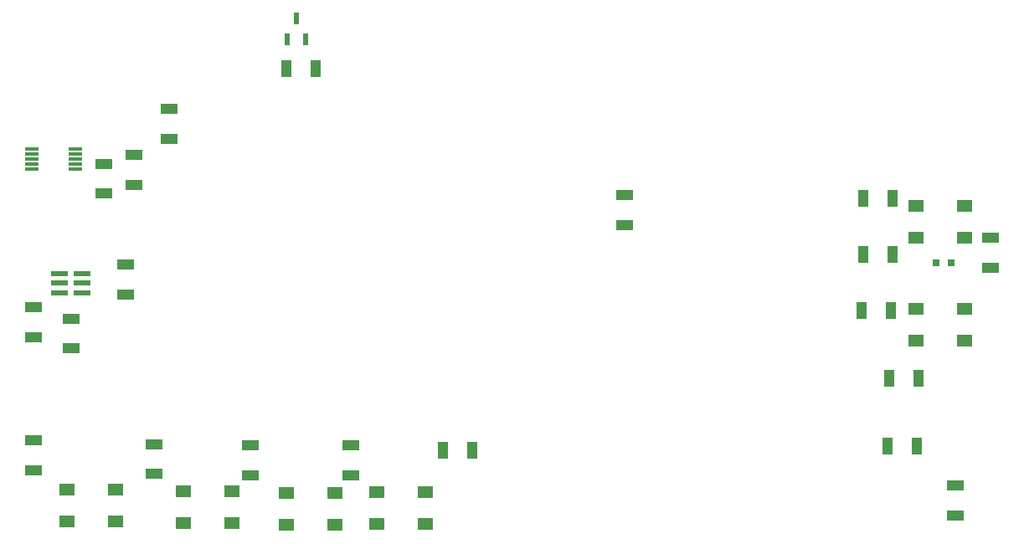
<source format=gtp>
G04*
G04 #@! TF.GenerationSoftware,Altium Limited,Altium Designer,21.6.4 (81)*
G04*
G04 Layer_Color=8421504*
%FSLAX25Y25*%
%MOIN*%
G70*
G04*
G04 #@! TF.SameCoordinates,570C5102-FFD4-49C7-812D-166F0CB68569*
G04*
G04*
G04 #@! TF.FilePolarity,Positive*
G04*
G01*
G75*
%ADD15R,0.06200X0.04750*%
%ADD16R,0.07100X0.04400*%
%ADD17R,0.03150X0.03150*%
%ADD18R,0.04400X0.07100*%
G04:AMPARAMS|DCode=19|XSize=63.39mil|YSize=23.23mil|CornerRadius=2.9mil|HoleSize=0mil|Usage=FLASHONLY|Rotation=0.000|XOffset=0mil|YOffset=0mil|HoleType=Round|Shape=RoundedRectangle|*
%AMROUNDEDRECTD19*
21,1,0.06339,0.01742,0,0,0.0*
21,1,0.05758,0.02323,0,0,0.0*
1,1,0.00581,0.02879,-0.00871*
1,1,0.00581,-0.02879,-0.00871*
1,1,0.00581,-0.02879,0.00871*
1,1,0.00581,0.02879,0.00871*
%
%ADD19ROUNDEDRECTD19*%
%ADD20R,0.05709X0.01181*%
%ADD21R,0.05787X0.01181*%
G04:AMPARAMS|DCode=22|XSize=48.82mil|YSize=23.23mil|CornerRadius=5.81mil|HoleSize=0mil|Usage=FLASHONLY|Rotation=90.000|XOffset=0mil|YOffset=0mil|HoleType=Round|Shape=RoundedRectangle|*
%AMROUNDEDRECTD22*
21,1,0.04882,0.01161,0,0,90.0*
21,1,0.03720,0.02323,0,0,90.0*
1,1,0.01161,0.00581,0.01860*
1,1,0.01161,0.00581,-0.01860*
1,1,0.01161,-0.00581,-0.01860*
1,1,0.01161,-0.00581,0.01860*
%
%ADD22ROUNDEDRECTD22*%
D15*
X369400Y102650D02*
D03*
X388600D02*
D03*
X369400Y115350D02*
D03*
X388600D02*
D03*
X154900Y29650D02*
D03*
X174100D02*
D03*
X154900Y42350D02*
D03*
X174100D02*
D03*
X118900Y29150D02*
D03*
X138100D02*
D03*
X118900Y41850D02*
D03*
X138100D02*
D03*
X77800Y29800D02*
D03*
X97000D02*
D03*
X77800Y42500D02*
D03*
X97000D02*
D03*
X50600Y43350D02*
D03*
X31400D02*
D03*
X50600Y30650D02*
D03*
X31400D02*
D03*
X369500Y143450D02*
D03*
X388700D02*
D03*
X369500Y156150D02*
D03*
X388700D02*
D03*
D16*
X58000Y176500D02*
D03*
Y164700D02*
D03*
X54900Y132800D02*
D03*
Y121000D02*
D03*
X72000Y194900D02*
D03*
Y183100D02*
D03*
X253500Y160500D02*
D03*
Y148700D02*
D03*
X399200Y131700D02*
D03*
Y143500D02*
D03*
X33000Y99600D02*
D03*
Y111400D02*
D03*
X144500Y60900D02*
D03*
Y49100D02*
D03*
X104500Y60900D02*
D03*
Y49100D02*
D03*
X18000Y51100D02*
D03*
Y62900D02*
D03*
X66000Y49600D02*
D03*
Y61400D02*
D03*
X46000Y173000D02*
D03*
Y161200D02*
D03*
X385000Y33100D02*
D03*
Y44900D02*
D03*
X18000Y104100D02*
D03*
Y115900D02*
D03*
D17*
X377547Y133724D02*
D03*
X383453D02*
D03*
D18*
X359400Y114500D02*
D03*
X347600D02*
D03*
X360200Y159400D02*
D03*
X348400D02*
D03*
X181000Y59000D02*
D03*
X192800D02*
D03*
X370400Y87500D02*
D03*
X358600D02*
D03*
X369900Y60500D02*
D03*
X358100D02*
D03*
X360100Y137000D02*
D03*
X348300D02*
D03*
X130400Y211000D02*
D03*
X118600D02*
D03*
D19*
X28492Y129248D02*
D03*
Y125508D02*
D03*
Y121768D02*
D03*
X37508D02*
D03*
Y125508D02*
D03*
Y129248D02*
D03*
D20*
X17339Y178937D02*
D03*
D21*
Y176969D02*
D03*
Y175000D02*
D03*
Y173031D02*
D03*
Y171063D02*
D03*
X34661D02*
D03*
Y173031D02*
D03*
Y175000D02*
D03*
Y176969D02*
D03*
Y178937D02*
D03*
D22*
X119020Y222500D02*
D03*
X126500D02*
D03*
X122760Y230808D02*
D03*
M02*

</source>
